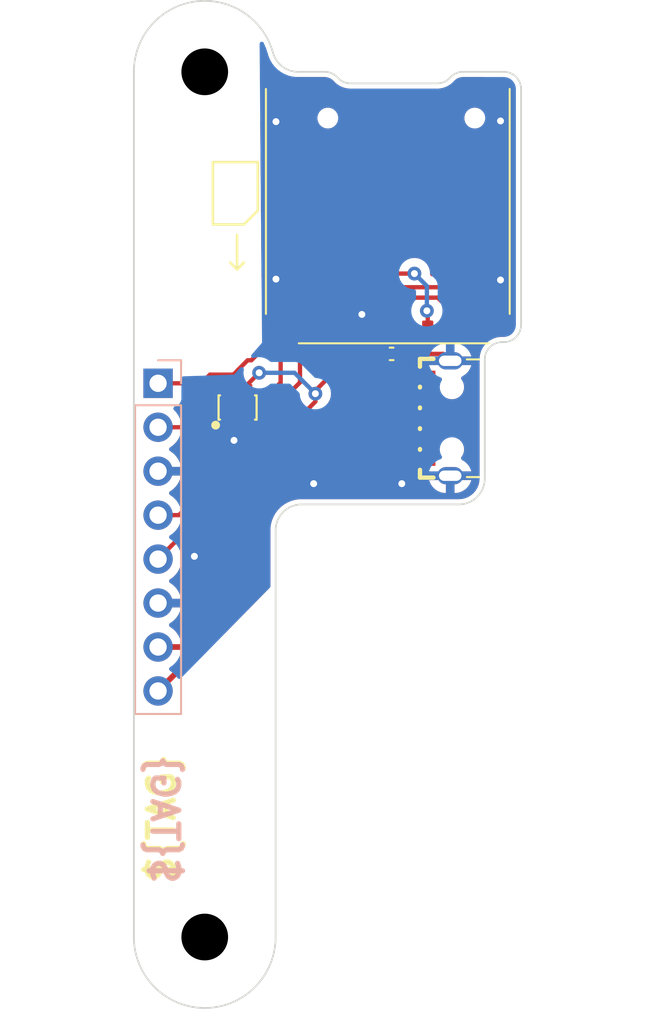
<source format=kicad_pcb>
(kicad_pcb (version 20240108) (generator "pcbnew") (generator_version "8.0")
  (layers (0 "F.Cu" signal) (1 "In1.Cu" signal) (2 "In2.Cu" signal) (3 "In3.Cu" signal) (4 "In4.Cu" signal) (31 "B.Cu" signal) (34 "B.Paste" user) (35 "F.Paste" user) (36 "B.SilkS" user "B.Silkscreen") (37 "F.SilkS" user "F.Silkscreen") (38 "B.Mask" user) (39 "F.Mask" user) (44 "Edge.Cuts" user))
  (net 0 "")
  (net 1 "USIM_DATA")
  (net 2 "GND")
  (net 3 "USIM_CLK")
  (net 4 "USIM_RST")
  (net 5 "USIM_VDD")
  (net 6 "4G_USB_D-")
  (net 7 "4G_USB_D+")
  (footprint "Capacitor_SMD:C_0402_1005Metric" (layer "F.Cu") (at 13.51 -1.7 180)
    (property "Reference" "C501" (hide yes))
    (property "Value" "220nF")
    (fp_line (start -0.107836 0.36) (end 0.107836 0.36) (stroke (width 0.12)) (layer "F.SilkS"))
    (fp_line (start -0.107836 -0.36) (end 0.107836 -0.36) (stroke (width 0.12)) (layer "F.SilkS"))
    (pad "1" smd roundrect (at -0.48 0 180) (size 0.56 0.62) (layers "F.Cu" "F.Paste" "F.Mask") (net 2 "GND"))
    (pad "2" smd roundrect (at 0.48 0 180) (size 0.56 0.62) (layers "F.Cu" "F.Paste" "F.Mask") (net 5 "USIM_VDD"))
  )
  (footprint "cacophony-library:ziptie" (layer "F.Cu") (at 3.9 25.7)
    (property "Reference" "U501" (hide yes))
    (property "Value" "~")
    (pad "" np_thru_hole oval (at 0 0) (size 2 4) (drill oval 2 4) (layers "F&B.Cu" "*.Mask"))
  )
  (footprint "cacophony-library:Tab8mm" (layer "F.Cu") (at 21.28 -9.67 180)
    (property "Reference" "REF**" (hide yes))
    (property "Value" "Tab8mm")
  )
  (footprint "cacophony-library:SOT-363_L2.0-W1.3-P0.65-LS2.1-BR" (layer "F.Cu") (at 4.6 1.4 -90)
    (property "Reference" "D501" (hide yes))
    (property "Value" "SMF05CT1G")
    (fp_line (start -0.7 1.1) (end -0.7 1.02) (stroke (width 0.13)) (layer "F.SilkS"))
    (fp_line (start 0.7 1.1) (end -0.7 1.1) (stroke (width 0.13)) (layer "F.SilkS"))
    (fp_line (start 0.7 1.1) (end 0.7 1.02) (stroke (width 0.13)) (layer "F.SilkS"))
    (fp_line (start -0.7 -1.01) (end -0.7 -1.1) (stroke (width 0.13)) (layer "F.SilkS"))
    (fp_line (start 0.7 -1.01) (end 0.7 -1.1) (stroke (width 0.13)) (layer "F.SilkS"))
    (fp_line (start 0.7 -1.1) (end -0.7 -1.1) (stroke (width 0.13)) (layer "F.SilkS"))
    (fp_circle (center 1.02 1.27) (end 1.15 1.27) (stroke (width 0.25)) (fill none) (layer "F.SilkS"))
    (pad "1" smd rect (at 0.9 0.65) (size 0.4 0.9) (layers "F.Cu" "F.Paste" "F.Mask"))
    (pad "2" smd rect (at 0.9 0) (size 0.4 0.9) (layers "F.Cu" "F.Paste" "F.Mask") (net 2 "GND"))
    (pad "3" smd rect (at 0.9 -0.65) (size 0.4 0.9) (layers "F.Cu" "F.Paste" "F.Mask") (net 1 "USIM_DATA"))
    (pad "4" smd rect (at -0.9 -0.65) (size 0.4 0.9) (layers "F.Cu" "F.Paste" "F.Mask") (net 5 "USIM_VDD"))
    (pad "5" smd rect (at -0.9 0) (size 0.4 0.9) (layers "F.Cu" "F.Paste" "F.Mask") (net 4 "USIM_RST"))
    (pad "6" smd rect (at -0.9 0.65) (size 0.4 0.9) (layers "F.Cu" "F.Paste" "F.Mask") (net 3 "USIM_CLK"))
  )
  (footprint "cacophony-library:MountingHole_2.7mm_M2.5" (layer "F.Cu") (at 2.7 -18)
    (property "Reference" "H501" (hide yes))
    (property "Value" "MountingHole")
    (pad "" np_thru_hole circle (at 0 0) (size 5.4 5.4) (drill 2.7) (layers "*.Mask") (clearance 1.7))
  )
  (footprint "cacophony-library:Tab8mm" (layer "F.Cu") (at 6.8 23.211 180)
    (property "Reference" "REF**" (hide yes))
    (property "Value" "Tab8mm")
  )
  (footprint "cacophony-library:Tab8mm" (layer "F.Cu") (at -2.25 26.5)
    (property "Reference" "REF**" (hide yes))
    (property "Value" "Tab8mm")
  )
  (footprint "cacophony-library:MountingHole_2.7mm_M2.5" (layer "F.Cu") (at 2.7 32)
    (property "Reference" "H502" (hide yes))
    (property "Value" "MountingHole")
    (pad "" np_thru_hole circle (at 0 0) (size 5.4 5.4) (drill 2.7) (layers "*.Mask") (clearance 1.7))
  )
  (footprint "cacophony-library:K-DYX-010" (layer "F.Cu") (at 18.14 -3.01 180)
    (property "Reference" "U503" (hide yes))
    (property "Value" "~" (hide yes))
    (fp_line (start 11.9 14) (end 11.9 1) (stroke (width 0.12)) (layer "F.SilkS"))
    (fp_line (start 10 -0.7) (end -1 -0.7) (stroke (width 0.12)) (layer "F.SilkS"))
    (fp_line (start -2.2 1) (end -2.2 14) (stroke (width 0.12)) (layer "F.SilkS"))
    (pad "" np_thru_hole circle (at -0.18 12.315 180) (size 0.7 0.7) (drill 0.7) (layers "F&B.Cu" "*.Mask"))
    (pad "" np_thru_hole circle (at 8.32 12.315 180) (size 0.7 0.7) (drill 0.7) (layers "F&B.Cu" "*.Mask"))
    (pad "C1" smd roundrect (at 5.08 0 180) (size 0.65 1.23) (layers "F.Cu" "F.Paste" "F.Mask") (roundrect_rratio 0.1) (net 5 "USIM_VDD"))
    (pad "C2" smd roundrect (at 2.54 0 180) (size 0.65 1.23) (layers "F.Cu" "F.Paste" "F.Mask") (roundrect_rratio 0.1) (net 4 "USIM_RST"))
    (pad "C3" smd roundrect (at 0 0 180) (size 0.65 1.23) (layers "F.Cu" "F.Paste" "F.Mask") (roundrect_rratio 0.1) (net 3 "USIM_CLK"))
    (pad "C5" smd roundrect (at 6.35 0 180) (size 0.65 1.23) (layers "F.Cu" "F.Paste" "F.Mask") (roundrect_rratio 0.1) (net 2 "GND"))
    (pad "C6" smd roundrect (at 3.81 0 180) (size 0.65 1.23) (layers "F.Cu" "F.Paste" "F.Mask") (roundrect_rratio 0.1))
    (pad "C7" smd roundrect (at 1.27 0 180) (size 0.65 1.23) (layers "F.Cu" "F.Paste" "F.Mask") (roundrect_rratio 0.1) (net 1 "USIM_DATA"))
    (pad "CD" smd roundrect (at 7.3 0 180) (size 0.65 1.23) (layers "F.Cu" "F.Paste" "F.Mask") (roundrect_rratio 0.1))
    (pad "MP" smd roundrect (at -1.67 1.565 180) (size 0.7 2.1) (layers "F.Cu" "F.Paste" "F.Mask") (roundrect_rratio 0.1) (net 2 "GND"))
    (pad "MP_2" smd roundrect (at -1.67 13.565 180) (size 0.7 2.1) (layers "F.Cu" "F.Paste" "F.Mask") (roundrect_rratio 0.1) (net 2 "GND"))
    (pad "MP_3" smd roundrect (at 11.32 13.565 180) (size 0.7 2.1) (layers "F.Cu" "F.Paste" "F.Mask") (roundrect_rratio 0.1) (net 2 "GND"))
    (pad "MP_4" smd roundrect (at 11.32 1.565 180) (size 0.7 2.1) (layers "F.Cu" "F.Paste" "F.Mask") (roundrect_rratio 0.1) (net 2 "GND"))
  )
  (footprint "cacophony-library:MICRO-USB-SMD_U-G-M5WS-W-01" (layer "F.Cu") (at 16.16 2.02 90)
    (property "Reference" "USB501" (hide yes))
    (property "Value" "U-G-M5WS-W-01")
    (fp_line (start 3.43 -1.01) (end 2.98 -1.01) (stroke (width 0.25)) (layer "F.SilkS"))
    (fp_line (start 1.82 -1.01) (end 1.78 -1.01) (stroke (width 0.25)) (layer "F.SilkS"))
    (fp_line (start 0.62 -1.01) (end 0.58 -1.01) (stroke (width 0.25)) (layer "F.SilkS"))
    (fp_line (start -0.58 -1.01) (end -0.62 -1.01) (stroke (width 0.25)) (layer "F.SilkS"))
    (fp_line (start -1.78 -1.01) (end -1.82 -1.01) (stroke (width 0.25)) (layer "F.SilkS"))
    (fp_line (start -2.98 -1.01) (end -3.43 -1.01) (stroke (width 0.25)) (layer "F.SilkS"))
    (fp_line (start -3.43 -1.01) (end -3.43 -0.23) (stroke (width 0.25)) (layer "F.SilkS"))
    (fp_line (start 3.43 -0.23) (end 3.43 -1.01) (stroke (width 0.25)) (layer "F.SilkS"))
    (fp_line (start 3.4 1.7) (end 3.4 2.4) (stroke (width 0.12)) (layer "F.SilkS"))
    (fp_line (start -3.4 2.4) (end -3.4 1.7) (stroke (width 0.12)) (layer "F.SilkS"))
    (pad "" np_thru_hole circle (at -1.8 0.84 90) (size 0.9 0.9) (drill 0.9) (layers "F&B.Cu" "*.Mask"))
    (pad "" np_thru_hole circle (at 1.8 0.84 90) (size 0.9 0.9) (drill 0.9) (layers "F&B.Cu" "*.Mask"))
    (pad "1" smd rect (at -2.4 -0.74 90) (size 0.7 1.25) (layers "F.Cu" "F.Paste" "F.Mask"))
    (pad "2" smd rect (at -1.2 -0.74 90) (size 0.7 1.25) (layers "F.Cu" "F.Paste" "F.Mask") (net 6 "4G_USB_D-"))
    (pad "3" smd rect (at 0 -0.74 90) (size 0.7 1.25) (layers "F.Cu" "F.Paste" "F.Mask") (net 7 "4G_USB_D+"))
    (pad "4" smd rect (at 1.2 -0.74 90) (size 0.7 1.25) (layers "F.Cu" "F.Paste" "F.Mask"))
    (pad "5" smd rect (at 2.4 -0.74 90) (size 0.7 1.25) (layers "F.Cu" "F.Paste" "F.Mask") (net 2 "GND"))
    (pad "6" thru_hole oval (at -3.32 0.74 90) (size 1 1.5) (drill oval 0.599999 1.299997) (layers "*.Cu" "*.Paste" "*.Mask") (net 2 "GND"))
    (pad "7" thru_hole oval (at 3.32 0.74 90) (size 1 1.5) (drill oval 0.599999 1.299997) (layers "*.Cu" "*.Paste" "*.Mask") (net 2 "GND"))
  )
  (footprint "cacophony-library:Tab8mm" (layer "F.Cu") (at -2.11 -13.25)
    (property "Reference" "REF**" (hide yes))
    (property "Value" "Tab8mm")
  )
  (footprint "cacophony-library:ziptie" (layer "F.Cu") (at 3.8 17.9)
    (property "Reference" "U502" (hide yes))
    (property "Value" "~")
    (pad "" np_thru_hole oval (at 0 0) (size 2 4) (drill oval 2 4) (layers "F&B.Cu" "*.Mask"))
  )
  (footprint "Connector_PinHeader_2.54mm:PinHeader_1x08_P2.54mm_Vertical" (layer "B.Cu") (at 0 0 180)
    (property "Reference" "J501" (hide yes))
    (property "Value" "Conn_01x08")
    (fp_line (start 1.33 -1.27) (end -1.33 -1.27) (stroke (width 0.12)) (layer "B.SilkS"))
    (fp_line (start 1.33 -19.11) (end 1.33 -1.27) (stroke (width 0.12)) (layer "B.SilkS"))
    (fp_line (start 1.33 -19.11) (end -1.33 -19.11) (stroke (width 0.12)) (layer "B.SilkS"))
    (fp_line (start 0 1.33) (end -1.33 1.33) (stroke (width 0.12)) (layer "B.SilkS"))
    (fp_line (start -1.33 1.33) (end -1.33 0) (stroke (width 0.12)) (layer "B.SilkS"))
    (fp_line (start -1.33 -19.11) (end -1.33 -1.27) (stroke (width 0.12)) (layer "B.SilkS"))
    (pad "1" thru_hole rect (at 0 0 180) (size 1.7 1.7) (drill 1) (layers "*.Cu" "*.Mask") (net 4 "USIM_RST"))
    (pad "2" thru_hole oval (at 0 -2.54 180) (size 1.7 1.7) (drill 1) (layers "*.Cu" "*.Mask") (net 3 "USIM_CLK"))
    (pad "3" thru_hole oval (at 0 -5.08 180) (size 1.7 1.7) (drill 1) (layers "*.Cu" "*.Mask") (net 2 "GND"))
    (pad "4" thru_hole oval (at 0 -7.62 180) (size 1.7 1.7) (drill 1) (layers "*.Cu" "*.Mask") (net 1 "USIM_DATA"))
    (pad "5" thru_hole oval (at 0 -10.16 180) (size 1.7 1.7) (drill 1) (layers "*.Cu" "*.Mask") (net 5 "USIM_VDD"))
    (pad "6" thru_hole oval (at 0 -12.7 180) (size 1.7 1.7) (drill 1) (layers "*.Cu" "*.Mask") (net 2 "GND"))
    (pad "7" thru_hole oval (at 0 -15.24 180) (size 1.7 1.7) (drill 1) (layers "*.Cu" "*.Mask") (net 7 "4G_USB_D+"))
    (pad "8" thru_hole oval (at 0 -17.78 180) (size 1.7 1.7) (drill 1) (layers "*.Cu" "*.Mask") (net 6 "4G_USB_D-"))
  )
  (gr_line (start 4.57 -6.58) (end 4.97 -6.98) (stroke (width 0.15)) (layer "F.SilkS"))
  (gr_line (start 4.17 -6.98) (end 4.57 -6.58) (stroke (width 0.15)) (layer "F.SilkS"))
  (gr_line (start 4.97 -6.98) (end 4.57 -6.58) (stroke (width 0.15)) (layer "F.SilkS"))
  (gr_line (start 3.17 -12.78) (end 5.77 -12.78) (stroke (width 0.15)) (layer "F.SilkS"))
  (gr_line (start 3.17 -9.18) (end 3.17 -12.78) (stroke (width 0.15)) (layer "F.SilkS"))
  (gr_line (start 4.97 -9.18) (end 3.17 -9.18) (stroke (width 0.15)) (layer "F.SilkS"))
  (gr_line (start 5.77 -12.78) (end 5.77 -9.98) (stroke (width 0.15)) (layer "F.SilkS"))
  (gr_line (start 5.77 -9.98) (end 4.97 -9.18) (stroke (width 0.15)) (layer "F.SilkS"))
  (gr_line (start 4.57 -8.58) (end 4.57 -6.58) (stroke (width 0.15)) (layer "F.SilkS"))
  (gr_line (start 17.64 -18) (end 20 -18) (stroke (width 0.1)) (layer "Edge.Cuts"))
  (gr_arc (start -1.4 -18) (mid 2.145806 -22.062372) (end 6.65018 -19.098215) (stroke (width 0.1)) (layer "Edge.Cuts"))
  (gr_line (start -1.4 32) (end -1.4 -18) (stroke (width 0.1)) (layer "Edge.Cuts"))
  (gr_arc (start 9.64 -18) (mid 10.026863 -17.922137) (end 10.354073 -17.700071) (stroke (width 0.1)) (layer "Edge.Cuts"))
  (gr_arc (start 6.8 32) (mid 2.7 36.1) (end -1.4 32) (stroke (width 0.1)) (layer "Edge.Cuts"))
  (gr_arc (start 21 -3.38) (mid 20.707107 -2.672893) (end 20 -2.38) (stroke (width 0.1)) (layer "Edge.Cuts"))
  (gr_arc (start 20 -18) (mid 20.707107 -17.707107) (end 21 -17) (stroke (width 0.1)) (layer "Edge.Cuts"))
  (gr_line (start 11.137 -17.33) (end 16.143 -17.33) (stroke (width 0.1)) (layer "Edge.Cuts"))
  (gr_line (start 18.9 5.5) (end 18.9 -1.38) (stroke (width 0.1)) (layer "Edge.Cuts"))
  (gr_line (start 6.8 8.5) (end 6.8 32) (stroke (width 0.1)) (layer "Edge.Cuts"))
  (gr_line (start 10.354095 -17.700093) (end 10.422906 -17.629906) (stroke (width 0.1)) (layer "Edge.Cuts"))
  (gr_line (start 21 -17) (end 21 -3.38) (stroke (width 0.1)) (layer "Edge.Cuts"))
  (gr_arc (start 11.137 -17.33) (mid 10.750136 -17.407863) (end 10.422928 -17.629928) (stroke (width 0.1)) (layer "Edge.Cuts"))
  (gr_arc (start 8.09537 -18) (mid 7.187815 -18.305704) (end 6.650183 -19.098209) (stroke (width 0.1)) (layer "Edge.Cuts"))
  (gr_line (start 19.9 -2.38) (end 20 -2.38) (stroke (width 0.1)) (layer "Edge.Cuts"))
  (gr_arc (start 16.857073 -17.629929) (mid 16.529863 -17.407863) (end 16.143 -17.33) (stroke (width 0.1)) (layer "Edge.Cuts"))
  (gr_arc (start 18.9 -1.38) (mid 19.192893 -2.087107) (end 19.9 -2.38) (stroke (width 0.1)) (layer "Edge.Cuts"))
  (gr_arc (start 18.9 5.5) (mid 18.46066 6.56066) (end 17.4 7) (stroke (width 0.1)) (layer "Edge.Cuts"))
  (gr_arc (start 6.8 8.5) (mid 7.23934 7.43934) (end 8.3 7) (stroke (width 0.1)) (layer "Edge.Cuts"))
  (gr_line (start 16.925906 -17.700094) (end 16.857095 -17.629907) (stroke (width 0.1)) (layer "Edge.Cuts"))
  (gr_line (start 17.4 7) (end 8.3 7) (stroke (width 0.1)) (layer "Edge.Cuts"))
  (gr_arc (start 16.925928 -17.700072) (mid 17.253136 -17.922137) (end 17.64 -17.999999) (stroke (width 0.1)) (layer "Edge.Cuts"))
  (gr_line (start 8.09537 -18) (end 9.64 -18) (stroke (width 0.1)) (layer "Edge.Cuts"))
  (gr_text "${TAG}" (at -0.5 21.33 -90) (layer "B.SilkS") (effects (font (size 1.5 1.5) (thickness 0.3) (bold yes)) (justify right bottom mirror)))
  (gr_text "${TAG}" (at 1.08 29.01 90) (layer "F.SilkS") (effects (font (size 1.5 1.5) (thickness 0.3) (bold yes)) (justify left bottom)))
  (segment (start 0 7.62) (end 1.202081 7.62) (width 0.25) (layer "F.Cu") (net 1))
  (segment (start 5.25 3.572081) (end 5.25 2.3) (width 0.25) (layer "F.Cu") (net 1))
  (segment (start 16.87 -3.01) (end 16.87 -4.26) (width 0.25) (layer "F.Cu") (net 1))
  (segment (start 8.21 -0.05) (end 5.86 2.3) (width 0.25) (layer "F.Cu") (net 1))
  (segment (start 16.87 -4.26) (end 16.18 -4.95) (width 0.25) (layer "F.Cu") (net 1))
  (segment (start 11.24 -4.95) (end 8.21 -1.92) (width 0.25) (layer "F.Cu") (net 1))
  (segment (start 16.18 -4.95) (end 11.24 -4.95) (width 0.25) (layer "F.Cu") (net 1))
  (segment (start 5.86 2.3) (end 5.25 2.3) (width 0.25) (layer "F.Cu") (net 1))
  (segment (start 8.21 -1.92) (end 8.21 -0.05) (width 0.25) (layer "F.Cu") (net 1))
  (segment (start 1.202081 7.62) (end 5.25 3.572081) (width 0.25) (layer "F.Cu") (net 1))
  (segment (start 4.6 2.3) (end 4.6 3) (width 0.25) (layer "F.Cu") (net 2))
  (segment (start 6.82 -16.575) (end 6.82 -15.12) (width 0.25) (layer "F.Cu") (net 2))
  (segment (start 13.99 -1.7) (end 16.5 -1.7) (width 0.25) (layer "F.Cu") (net 2))
  (segment (start 16.5 -1.7) (end 16.9 -1.3) (width 0.25) (layer "F.Cu") (net 2))
  (segment (start 19.81 -4.575) (end 19.81 -5.97) (width 0.25) (layer "F.Cu") (net 2))
  (segment (start 19.81 -16.575) (end 19.81 -15.16) (width 0.25) (layer "F.Cu") (net 2))
  (segment (start 6.82 -4.575) (end 6.82 -6.02) (width 0.25) (layer "F.Cu") (net 2))
  (segment (start 11.79 -3.01) (end 11.79 -3.98) (width 0.25) (layer "F.Cu") (net 2))
  (via (at 2.1 10) (size 0.8) (drill 0.4) (layers "F.Cu" "B.Cu") (net 2))
  (via (at 19.81 -5.97) (size 0.8) (drill 0.4) (layers "F.Cu" "B.Cu") (net 2))
  (via (at 19.81 -15.16) (size 0.8) (drill 0.4) (layers "F.Cu" "B.Cu") (net 2))
  (via (at 4.393159 3.298521) (size 0.8) (drill 0.4) (layers "F.Cu" "B.Cu") (net 2))
  (via (at 11.79 -3.98) (size 0.8) (drill 0.4) (layers "F.Cu" "B.Cu") (net 2))
  (via (at 6.82 -15.12) (size 0.8) (drill 0.4) (layers "F.Cu" "B.Cu") (net 2))
  (via (at 14.1 5.8) (size 0.8) (drill 0.4) (layers "F.Cu" "B.Cu") (net 2))
  (via (at 9 5.8) (size 0.8) (drill 0.4) (layers "F.Cu" "B.Cu") (net 2))
  (via (at 6.82 -6.02) (size 0.8) (drill 0.4) (layers "F.Cu" "B.Cu") (net 2))
  (segment (start 10.91 -5.55) (end 16.46 -5.55) (width 0.25) (layer "F.Cu") (net 3))
  (segment (start 7.09 -0.04) (end 7.09 -1.73) (width 0.25) (layer "F.Cu") (net 3))
  (segment (start 3.95 0.5) (end 3.95 1.2) (width 0.25) (layer "F.Cu") (net 3))
  (segment (start 7.09 -1.73) (end 10.91 -5.55) (width 0.25) (layer "F.Cu") (net 3))
  (segment (start 3.95 1.2) (end 4.05 1.3) (width 0.25) (layer "F.Cu") (net 3))
  (segment (start 3.6 0.5) (end 3.95 0.5) (width 0.25) (layer "F.Cu") (net 3))
  (segment (start 5.75 1.3) (end 7.09 -0.04) (width 0.25) (layer "F.Cu") (net 3))
  (segment (start 4.05 1.3) (end 5.75 1.3) (width 0.25) (layer "F.Cu") (net 3))
  (segment (start 18.14 -3.87) (end 18.14 -3.01) (width 0.25) (layer "F.Cu") (net 3))
  (segment (start 0 2.54) (end 1.56 2.54) (width 0.25) (layer "F.Cu") (net 3))
  (segment (start 16.46 -5.55) (end 18.14 -3.87) (width 0.25) (layer "F.Cu") (net 3))
  (segment (start 1.56 2.54) (end 3.6 0.5) (width 0.25) (layer "F.Cu") (net 3))
  (segment (start 5.395554 -1.33) (end 10.405554 -6.34) (width 0.25) (layer "F.Cu") (net 4))
  (segment (start 4.36 -0.5) (end 4.6 -0.74) (width 0.25) (layer "F.Cu") (net 4))
  (segment (start 10.405554 -6.34) (end 14.83 -6.34) (width 0.25) (layer "F.Cu") (net 4))
  (segment (start 15.6 -4.14) (end 15.550004 -4.189996) (width 0.25) (layer "F.Cu") (net 4))
  (segment (start 0 0) (end 2.5 0) (width 0.25) (layer "F.Cu") (net 4))
  (segment (start 3 -0.5) (end 4.3 -0.5) (width 0.25) (layer "F.Cu") (net 4))
  (segment (start 4.6 -0.2) (end 4.6 -0.01) (width 0.25) (layer "F.Cu") (net 4))
  (segment (start 4.6 -0.01) (end 4.6 0.5) (width 0.25) (layer "F.Cu") (net 4))
  (segment (start 5.18 -1.33) (end 5.395554 -1.33) (width 0.25) (layer "F.Cu") (net 4))
  (segment (start 4.6 -0.74) (end 4.6 -0.75) (width 0.25) (layer "F.Cu") (net 4))
  (segment (start 4.3 -0.5) (end 4.6 -0.2) (width 0.25) (layer "F.Cu") (net 4))
  (segment (start 15.6 -3.01) (end 15.6 -4.14) (width 0.25) (layer "F.Cu") (net 4))
  (segment (start 2.5 0) (end 3 -0.5) (width 0.25) (layer "F.Cu") (net 4))
  (segment (start 15.77 -3.51) (end 15.77 -2.63) (width 0.25) (layer "F.Cu") (net 4))
  (segment (start 4.6 -0.01) (end 4.6 -0.74) (width 0.25) (layer "F.Cu") (net 4))
  (segment (start 4.3 -0.5) (end 4.36 -0.5) (width 0.25) (layer "F.Cu") (net 4))
  (segment (start 4.6 -0.75) (end 5.18 -1.33) (width 0.25) (layer "F.Cu") (net 4))
  (via (at 14.83 -6.34) (size 0.8) (drill 0.4) (layers "F.Cu" "B.Cu") (net 4))
  (via (at 15.550004 -4.189996) (size 0.8) (drill 0.4) (layers "F.Cu" "B.Cu") (net 4))
  (segment (start 15.550004 -5.619996) (end 14.83 -6.34) (width 0.25) (layer "B.Cu") (net 4))
  (segment (start 15.550004 -4.189996) (end 15.550004 -5.619996) (width 0.25) (layer "B.Cu") (net 4))
  (segment (start 5.25 0.5) (end 5.25 -0.010228) (width 0.25) (layer "F.Cu") (net 5))
  (segment (start 0 10.16) (end 9.1 1.06) (width 0.25) (layer "F.Cu") (net 5))
  (segment (start 13.03 -1.7) (end 11.226167 -1.7) (width 0.25) (layer "F.Cu") (net 5))
  (segment (start 11.226167 -1.7) (end 9.1 0.426167) (width 0.25) (layer "F.Cu") (net 5))
  (segment (start 5.25 -0.010228) (end 5.846591 -0.606819) (width 0.25) (layer "F.Cu") (net 5))
  (segment (start 13.06 -3.01) (end 13.06 -1.73) (width 0.25) (layer "F.Cu") (net 5))
  (segment (start 9.1 0.426167) (end 9.1 0.6) (width 0.25) (layer "F.Cu") (net 5))
  (segment (start 13.06 -1.73) (end 13.03 -1.7) (width 0.25) (layer "F.Cu") (net 5))
  (segment (start 9.1 1.06) (end 9.1 0.6) (width 0.25) (layer "F.Cu") (net 5))
  (via (at 5.846591 -0.606819) (size 0.8) (drill 0.4) (layers "F.Cu" "B.Cu") (net 5))
  (via (at 9.1 0.6) (size 0.8) (drill 0.4) (layers "F.Cu" "B.Cu") (net 5))
  (segment (start 7.893181 -0.606819) (end 9.1 0.6) (width 0.25) (layer "B.Cu") (net 5))
  (segment (start 5.76 -0.69341) (end 5.846591 -0.606819) (width 0.25) (layer "B.Cu") (net 5))
  (segment (start 5.846591 -0.606819) (end 7.893181 -0.606819) (width 0.25) (layer "B.Cu") (net 5))
  (segment (start 0 17.78) (end 2.96 14.82) (width 0.33) (layer "F.Cu") (net 6))
  (segment (start 2.96 14.82) (end 2.96 12.459412) (width 0.33) (layer "F.Cu") (net 6))
  (segment (start 14.482499 3.22) (end 15.42 3.22) (width 0.33) (layer "F.Cu") (net 6))
  (segment (start 14.122499 2.86) (end 14.482499 3.22) (width 0.33) (layer "F.Cu") (net 6))
  (segment (start 5.09 7.379412) (end 9.609412 2.86) (width 0.33) (layer "F.Cu") (net 6))
  (segment (start 9.609412 2.86) (end 14.122499 2.86) (width 0.33) (layer "F.Cu") (net 6))
  (segment (start 2.96 12.459412) (end 5.09 10.329412) (width 0.33) (layer "F.Cu") (net 6))
  (segment (start 5.09 10.329412) (end 5.09 7.379412) (width 0.33) (layer "F.Cu") (net 6))
  (segment (start 14.482499 2.02) (end 15.42 2.02) (width 0.33) (layer "F.Cu") (net 7))
  (segment (start 2.48 12.260588) (end 4.61 10.130588) (width 0.33) (layer "F.Cu") (net 7))
  (segment (start 1.861177 15.24) (end 2.48 14.621177) (width 0.33) (layer "F.Cu") (net 7))
  (segment (start 4.61 7.180588) (end 9.410588 2.38) (width 0.33) (layer "F.Cu") (net 7))
  (segment (start 2.48 14.621177) (end 2.48 12.260588) (width 0.33) (layer "F.Cu") (net 7))
  (segment (start 14.122499 2.38) (end 14.482499 2.02) (width 0.33) (layer "F.Cu") (net 7))
  (segment (start 4.61 10.130588) (end 4.61 7.180588) (width 0.33) (layer "F.Cu") (net 7))
  (segment (start 9.410588 2.38) (end 14.122499 2.38) (width 0.33) (layer "F.Cu") (net 7))
  (segment (start 0 15.24) (end 1.861177 15.24) (width 0.33) (layer "F.Cu") (net 7))
  (zone (net 2) (net_name "GND") (layers "F.Cu" "In1.Cu" "In4.Cu" "B.Cu") (connect_pads (clearance 0.5)) (min_thickness 0.25) (fill yes (thermal_gap 0.5) (thermal_bridge_width 0.5))
    (polygon (pts (xy -1.7 -0.3) (xy 4.4 -0.5) (xy 6.014712 -2.345385) (xy 5.86574 -20.52) (xy 23.114759 -20.52) (xy 22.994585 7) (xy 10.29 7) (xy 10.29 7.915636) (xy -0.4 18.8) (xy -1.4 18.8)))
  )
)
</source>
